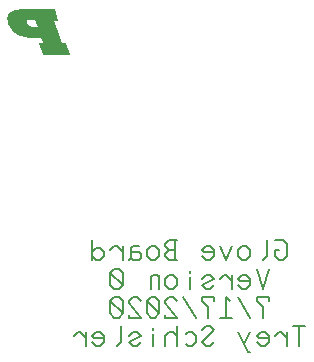
<source format=gbo>
G04 Generated by Ultiboard 12.0 *
%FSLAX25Y25*%
%MOIN*%

%ADD10C,0.00001*%
%ADD11C,0.00800*%
%ADD12C,0.00004*%


G04 ColorRGB FF14FF for the following layer *
%LNSilkscreen Bottom*%
%LPD*%
G54D10*
G54D11*
X106666Y70924D02*
X105313Y70924D01*
X105313Y68885D01*
X106666Y67526D01*
X108019Y67526D01*
X109371Y68885D01*
X109371Y72962D01*
X108019Y74321D01*
X105313Y74321D01*
X102608Y74321D02*
X102608Y68885D01*
X101255Y67526D01*
X97197Y68885D02*
X95844Y67526D01*
X94491Y67526D01*
X93139Y68885D01*
X93139Y70924D01*
X94491Y72282D01*
X95844Y72282D01*
X97197Y70924D01*
X97197Y68885D01*
X91109Y72282D02*
X89080Y67526D01*
X87051Y72282D01*
X80964Y68885D02*
X82317Y67526D01*
X83669Y67526D01*
X85022Y68885D01*
X85022Y70924D01*
X83669Y72282D01*
X82317Y72282D01*
X80964Y70924D01*
X81640Y70244D01*
X85022Y70244D01*
X72847Y67526D02*
X70142Y67526D01*
X68789Y68885D01*
X68789Y69565D01*
X70142Y70924D01*
X68789Y72282D01*
X68789Y72962D01*
X70142Y74321D01*
X72171Y74321D01*
X72847Y74321D01*
X72171Y70924D02*
X70142Y70924D01*
X72171Y74321D02*
X72171Y67526D01*
X66760Y68885D02*
X65407Y67526D01*
X64055Y67526D01*
X62702Y68885D01*
X62702Y70924D01*
X64055Y72282D01*
X65407Y72282D01*
X66760Y70924D01*
X66760Y68885D01*
X59996Y72282D02*
X57967Y72282D01*
X57291Y71603D01*
X57291Y68206D01*
X57967Y67526D01*
X59996Y67526D01*
X60673Y68206D01*
X60673Y69565D01*
X59996Y70244D01*
X57291Y70244D01*
X57291Y68206D02*
X56615Y67526D01*
X54586Y70244D02*
X52556Y72282D01*
X51880Y72282D01*
X50527Y70924D01*
X54586Y67526D02*
X54586Y72282D01*
X44440Y68885D02*
X45793Y67526D01*
X47146Y67526D01*
X48498Y68885D01*
X48498Y70244D01*
X47146Y71603D01*
X45793Y71603D01*
X44440Y70244D01*
X44440Y74321D02*
X44440Y67526D01*
X103284Y64809D02*
X101255Y58015D01*
X99226Y64809D01*
X93139Y59373D02*
X94491Y58015D01*
X95844Y58015D01*
X97197Y59373D01*
X97197Y61412D01*
X95844Y62771D01*
X94491Y62771D01*
X93139Y61412D01*
X93815Y60732D01*
X97197Y60732D01*
X91109Y60732D02*
X89080Y62771D01*
X88404Y62771D01*
X87051Y61412D01*
X91109Y58015D02*
X91109Y62771D01*
X85022Y59373D02*
X83669Y58015D01*
X82317Y58015D01*
X80964Y59373D01*
X85022Y61412D01*
X83669Y62771D01*
X82317Y62771D01*
X80964Y61412D01*
X76906Y58015D02*
X76906Y62091D01*
X76906Y63450D02*
X76906Y64129D01*
X72847Y59373D02*
X71495Y58015D01*
X70142Y58015D01*
X68789Y59373D01*
X68789Y61412D01*
X70142Y62771D01*
X71495Y62771D01*
X72847Y61412D01*
X72847Y59373D01*
X66760Y58015D02*
X66760Y62091D01*
X66760Y62771D01*
X66760Y62091D02*
X66084Y62771D01*
X64731Y62771D01*
X64055Y62091D01*
X64055Y58015D01*
X54586Y63450D02*
X53233Y64809D01*
X51880Y64809D01*
X50527Y63450D01*
X50527Y59373D01*
X51880Y58015D01*
X53233Y58015D01*
X54586Y59373D01*
X54586Y63450D01*
X50527Y63450D02*
X54586Y59373D01*
X101255Y48503D02*
X101255Y51900D01*
X99226Y53938D01*
X99226Y55297D01*
X103284Y55297D01*
X103284Y53938D01*
X93139Y55297D02*
X97197Y48503D01*
X90433Y53938D02*
X89080Y55297D01*
X89080Y48503D01*
X91109Y48503D02*
X87051Y48503D01*
X82993Y48503D02*
X82993Y51900D01*
X80964Y53938D01*
X80964Y55297D01*
X85022Y55297D01*
X85022Y53938D01*
X74877Y55297D02*
X78935Y48503D01*
X72847Y53938D02*
X71495Y55297D01*
X70142Y55297D01*
X68789Y53938D01*
X68789Y53259D01*
X72847Y48503D01*
X68789Y48503D01*
X68789Y49182D01*
X66760Y53938D02*
X65407Y55297D01*
X64055Y55297D01*
X62702Y53938D01*
X62702Y49862D01*
X64055Y48503D01*
X65407Y48503D01*
X66760Y49862D01*
X66760Y53938D01*
X62702Y53938D02*
X66760Y49862D01*
X60673Y53938D02*
X59320Y55297D01*
X57967Y55297D01*
X56615Y53938D01*
X56615Y53259D01*
X60673Y48503D01*
X56615Y48503D01*
X56615Y49182D01*
X54586Y53938D02*
X53233Y55297D01*
X51880Y55297D01*
X50527Y53938D01*
X50527Y49862D01*
X51880Y48503D01*
X53233Y48503D01*
X54586Y49862D01*
X54586Y53938D01*
X50527Y53938D02*
X54586Y49862D01*
X113430Y38991D02*
X113430Y45785D01*
X115459Y45785D02*
X111400Y45785D01*
X109371Y41709D02*
X107342Y43747D01*
X106666Y43747D01*
X105313Y42388D01*
X109371Y38991D02*
X109371Y43747D01*
X99226Y40350D02*
X100579Y38991D01*
X101931Y38991D01*
X103284Y40350D01*
X103284Y42388D01*
X101931Y43747D01*
X100579Y43747D01*
X99226Y42388D01*
X99902Y41709D01*
X103284Y41709D01*
X97197Y36953D02*
X96520Y36953D01*
X93139Y43747D01*
X97197Y43747D02*
X95168Y39670D01*
X85022Y40350D02*
X83669Y38991D01*
X82317Y38991D01*
X80964Y40350D01*
X85022Y44426D01*
X83669Y45785D01*
X82317Y45785D01*
X80964Y44426D01*
X75553Y39670D02*
X76229Y38991D01*
X77582Y38991D01*
X78935Y40350D01*
X78935Y42388D01*
X77582Y43747D01*
X76229Y43747D01*
X75553Y43068D01*
X72847Y42388D02*
X71495Y43747D01*
X70142Y43747D01*
X68789Y42388D01*
X68789Y38991D01*
X72847Y45785D02*
X72847Y38991D01*
X64731Y38991D02*
X64731Y43068D01*
X64731Y44426D02*
X64731Y45106D01*
X60673Y40350D02*
X59320Y38991D01*
X57967Y38991D01*
X56615Y40350D01*
X60673Y42388D01*
X59320Y43747D01*
X57967Y43747D01*
X56615Y42388D01*
X53909Y45785D02*
X53909Y40350D01*
X52556Y38991D01*
X44440Y40350D02*
X45793Y38991D01*
X47146Y38991D01*
X48498Y40350D01*
X48498Y42388D01*
X47146Y43747D01*
X45793Y43747D01*
X44440Y42388D01*
X45116Y41709D01*
X48498Y41709D01*
X42411Y41709D02*
X40382Y43747D01*
X39705Y43747D01*
X38353Y42388D01*
X42411Y38991D02*
X42411Y43747D01*
G54D12*
G36*
X23441Y145592D02*
X23441Y145592D01*
X23840Y142117D01*
X23154Y145767D01*
X23441Y145592D01*
D02*
G37*
X23840Y142117D01*
X23154Y145767D01*
X23441Y145592D01*
G36*
X23840Y142117D02*
X23840Y142117D01*
X23441Y145592D01*
X24219Y145381D01*
X23840Y142117D01*
D02*
G37*
X23441Y145592D01*
X24219Y145381D01*
X23840Y142117D01*
G36*
X24219Y145381D02*
X24219Y145381D01*
X25153Y142088D01*
X23840Y142117D01*
X24219Y145381D01*
D02*
G37*
X25153Y142088D01*
X23840Y142117D01*
X24219Y145381D01*
G36*
X25153Y142088D02*
X25153Y142088D01*
X24219Y145381D01*
X25273Y145310D01*
X25153Y142088D01*
D02*
G37*
X24219Y145381D01*
X25273Y145310D01*
X25153Y142088D01*
G36*
X25273Y145310D02*
X25273Y145310D01*
X27508Y142088D01*
X25153Y142088D01*
X25273Y145310D01*
D02*
G37*
X27508Y142088D01*
X25153Y142088D01*
X25273Y145310D01*
G36*
X27508Y142088D02*
X27508Y142088D01*
X25273Y145310D01*
X26413Y145310D01*
X27508Y142088D01*
D02*
G37*
X25273Y145310D01*
X26413Y145310D01*
X27508Y142088D01*
G36*
X26413Y145310D02*
X26413Y145310D01*
X31628Y151452D01*
X27508Y142088D01*
X26413Y145310D01*
D02*
G37*
X31628Y151452D01*
X27508Y142088D01*
X26413Y145310D01*
G36*
X31628Y151452D02*
X31628Y151452D01*
X26413Y145310D01*
X25450Y148142D01*
X31628Y151452D01*
D02*
G37*
X26413Y145310D01*
X25450Y148142D01*
X31628Y151452D01*
G36*
X25450Y148142D02*
X25450Y148142D01*
X24539Y148142D01*
X31628Y151452D01*
X25450Y148142D01*
D02*
G37*
X24539Y148142D01*
X31628Y151452D01*
X25450Y148142D01*
G36*
X22524Y147589D02*
X22524Y147589D01*
X22372Y151452D01*
X22742Y147882D01*
X22524Y147589D01*
D02*
G37*
X22372Y151452D01*
X22742Y147882D01*
X22524Y147589D01*
G36*
X22372Y151452D02*
X22372Y151452D01*
X22524Y147589D01*
X22452Y147179D01*
X22372Y151452D01*
D02*
G37*
X22524Y147589D01*
X22452Y147179D01*
X22372Y151452D01*
G36*
X22452Y147179D02*
X22452Y147179D01*
X21699Y142350D01*
X22372Y151452D01*
X22452Y147179D01*
D02*
G37*
X21699Y142350D01*
X22372Y151452D01*
X22452Y147179D01*
G36*
X21699Y142350D02*
X21699Y142350D01*
X22452Y147179D01*
X22548Y146688D01*
X21699Y142350D01*
D02*
G37*
X22452Y147179D01*
X22548Y146688D01*
X21699Y142350D01*
G36*
X22548Y146688D02*
X22548Y146688D01*
X23840Y142117D01*
X21699Y142350D01*
X22548Y146688D01*
D02*
G37*
X23840Y142117D01*
X21699Y142350D01*
X22548Y146688D01*
G36*
X23840Y142117D02*
X23840Y142117D01*
X22548Y146688D01*
X22708Y146315D01*
X23840Y142117D01*
D02*
G37*
X22548Y146688D01*
X22708Y146315D01*
X23840Y142117D01*
G36*
X22708Y146315D02*
X22708Y146315D01*
X23154Y145767D01*
X23840Y142117D01*
X22708Y146315D01*
D02*
G37*
X23154Y145767D01*
X23840Y142117D01*
X22708Y146315D01*
G36*
X20898Y151413D02*
X20898Y151413D01*
X22372Y151452D01*
X21699Y142350D01*
X20898Y151413D01*
D02*
G37*
X22372Y151452D01*
X21699Y142350D01*
X20898Y151413D01*
G36*
X20898Y151413D01*
X21699Y142350D01*
X20871Y142554D01*
X20898Y151413D01*
D02*
G37*
X21699Y142350D01*
X20871Y142554D01*
X20898Y151413D01*
G36*
X20898Y151413D01*
X20871Y142554D01*
X20133Y142830D01*
X20898Y151413D01*
D02*
G37*
X20871Y142554D01*
X20133Y142830D01*
X20898Y151413D01*
G36*
X20898Y151413D01*
X20133Y142830D01*
X18781Y143600D01*
X20898Y151413D01*
D02*
G37*
X20133Y142830D01*
X18781Y143600D01*
X20898Y151413D01*
G36*
X20898Y151413D01*
X18781Y143600D01*
X18670Y151104D01*
X20898Y151413D01*
D02*
G37*
X18781Y143600D01*
X18670Y151104D01*
X20898Y151413D01*
G36*
X16329Y149119D02*
X16329Y149119D01*
X16442Y146743D01*
X16271Y147375D01*
X16329Y149119D01*
D02*
G37*
X16442Y146743D01*
X16271Y147375D01*
X16329Y149119D01*
G36*
X16442Y146743D02*
X16442Y146743D01*
X16329Y149119D01*
X16551Y149633D01*
X16442Y146743D01*
D02*
G37*
X16329Y149119D01*
X16551Y149633D01*
X16442Y146743D01*
G36*
X16551Y149633D02*
X16551Y149633D01*
X16753Y145979D01*
X16442Y146743D01*
X16551Y149633D01*
D02*
G37*
X16753Y145979D01*
X16442Y146743D01*
X16551Y149633D01*
G36*
X16753Y145979D02*
X16753Y145979D01*
X16551Y149633D01*
X17344Y150490D01*
X16753Y145979D01*
D02*
G37*
X16551Y149633D01*
X17344Y150490D01*
X16753Y145979D01*
G36*
X17344Y150490D02*
X17344Y150490D01*
X17616Y144655D01*
X16753Y145979D01*
X17344Y150490D01*
D02*
G37*
X17616Y144655D01*
X16753Y145979D01*
X17344Y150490D01*
G36*
X17616Y144655D02*
X17616Y144655D01*
X17344Y150490D01*
X17917Y150833D01*
X17616Y144655D01*
D02*
G37*
X17344Y150490D01*
X17917Y150833D01*
X17616Y144655D01*
G36*
X17917Y150833D02*
X17917Y150833D01*
X18167Y144095D01*
X17616Y144655D01*
X17917Y150833D01*
D02*
G37*
X18167Y144095D01*
X17616Y144655D01*
X17917Y150833D01*
G36*
X18167Y144095D02*
X18167Y144095D01*
X17917Y150833D01*
X18670Y151104D01*
X18167Y144095D01*
D02*
G37*
X17917Y150833D01*
X18670Y151104D01*
X18167Y144095D01*
G36*
X18670Y151104D02*
X18670Y151104D01*
X18781Y143600D01*
X18167Y144095D01*
X18670Y151104D01*
D02*
G37*
X18781Y143600D01*
X18167Y144095D01*
X18670Y151104D01*
G36*
X36757Y136359D02*
X36757Y136359D01*
X34065Y139972D01*
X35529Y139972D01*
X36757Y136359D01*
D02*
G37*
X34065Y139972D01*
X35529Y139972D01*
X36757Y136359D01*
G36*
X34065Y139972D02*
X34065Y139972D01*
X36757Y136359D01*
X28227Y139972D01*
X34065Y139972D01*
D02*
G37*
X36757Y136359D01*
X28227Y139972D01*
X34065Y139972D01*
G36*
X28227Y139972D02*
X28227Y139972D01*
X31391Y147839D01*
X34065Y139972D01*
X28227Y139972D01*
D02*
G37*
X31391Y147839D01*
X34065Y139972D01*
X28227Y139972D01*
G36*
X31391Y147839D02*
X31391Y147839D01*
X28227Y139972D01*
X31628Y151452D01*
X31391Y147839D01*
D02*
G37*
X28227Y139972D01*
X31628Y151452D01*
X31391Y147839D01*
G36*
X31628Y151452D02*
X31628Y151452D01*
X32856Y147839D01*
X31391Y147839D01*
X31628Y151452D01*
D02*
G37*
X32856Y147839D01*
X31391Y147839D01*
X31628Y151452D01*
G36*
X27936Y136359D02*
X27936Y136359D01*
X26708Y139972D01*
X28227Y139972D01*
X27936Y136359D01*
D02*
G37*
X26708Y139972D01*
X28227Y139972D01*
X27936Y136359D01*
G36*
X27936Y136359D01*
X28227Y139972D01*
X36757Y136359D01*
X27936Y136359D01*
D02*
G37*
X28227Y139972D01*
X36757Y136359D01*
X27936Y136359D01*
G36*
X22372Y151452D02*
X22372Y151452D01*
X23096Y148045D01*
X22742Y147882D01*
X22372Y151452D01*
D02*
G37*
X23096Y148045D01*
X22742Y147882D01*
X22372Y151452D01*
G36*
X23096Y148045D02*
X23096Y148045D01*
X22372Y151452D01*
X31628Y151452D01*
X23096Y148045D01*
D02*
G37*
X22372Y151452D01*
X31628Y151452D01*
X23096Y148045D01*
G36*
X31628Y151452D02*
X31628Y151452D01*
X23657Y148118D01*
X23096Y148045D01*
X31628Y151452D01*
D02*
G37*
X23657Y148118D01*
X23096Y148045D01*
X31628Y151452D01*
G36*
X23657Y148118D02*
X23657Y148118D01*
X31628Y151452D01*
X24539Y148142D01*
X23657Y148118D01*
D02*
G37*
X31628Y151452D01*
X24539Y148142D01*
X23657Y148118D01*
G36*
X27508Y142088D02*
X27508Y142088D01*
X31628Y151452D01*
X28227Y139972D01*
X27508Y142088D01*
D02*
G37*
X31628Y151452D01*
X28227Y139972D01*
X27508Y142088D01*
G36*
X16329Y149119D02*
X16329Y149119D01*
X16271Y147375D01*
X16214Y148564D01*
X16329Y149119D01*
D02*
G37*
X16271Y147375D01*
X16214Y148564D01*
X16329Y149119D01*

M00*

</source>
